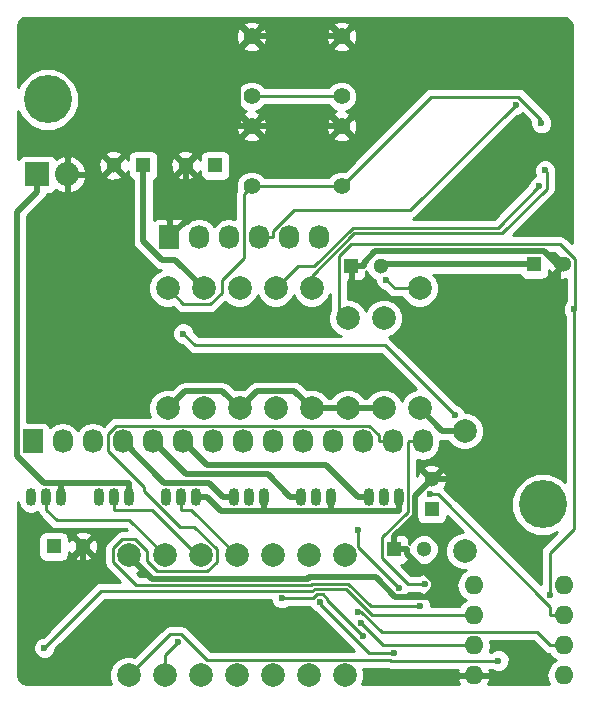
<source format=gbr>
G04 #@! TF.FileFunction,Copper,L2,Bot,Signal*
%FSLAX46Y46*%
G04 Gerber Fmt 4.6, Leading zero omitted, Abs format (unit mm)*
G04 Created by KiCad (PCBNEW 4.0.2-stable) date Monday, September 19, 2016 'PMt' 09:37:39 PM*
%MOMM*%
G01*
G04 APERTURE LIST*
%ADD10C,0.100000*%
%ADD11C,4.064000*%
%ADD12O,1.600000X1.600000*%
%ADD13R,1.300000X1.300000*%
%ADD14C,1.300000*%
%ADD15R,2.032000X2.032000*%
%ADD16O,2.032000X2.032000*%
%ADD17R,1.727200X2.032000*%
%ADD18O,1.727200X2.032000*%
%ADD19O,0.899160X1.501140*%
%ADD20C,1.998980*%
%ADD21C,1.397000*%
%ADD22C,0.600000*%
%ADD23C,0.250000*%
%ADD24C,0.500000*%
%ADD25C,0.254000*%
G04 APERTURE END LIST*
D10*
D11*
X166370000Y-130810000D03*
D12*
X160528000Y-137668000D03*
X160528000Y-140208000D03*
X160528000Y-142748000D03*
X160528000Y-145288000D03*
X168148000Y-145288000D03*
X168148000Y-142748000D03*
X168148000Y-140208000D03*
X168148000Y-137668000D03*
D13*
X165648000Y-110490000D03*
D14*
X168148000Y-110490000D03*
D13*
X150154000Y-110617000D03*
D14*
X152654000Y-110617000D03*
D13*
X138644000Y-102108000D03*
D14*
X136144000Y-102108000D03*
D13*
X132548000Y-102108000D03*
D14*
X130048000Y-102108000D03*
D13*
X153797000Y-134620000D03*
D14*
X156297000Y-134620000D03*
D13*
X124968000Y-134366000D03*
D14*
X127468000Y-134366000D03*
D13*
X156972000Y-131191000D03*
D14*
X156972000Y-128691000D03*
D15*
X123571000Y-102870000D03*
D16*
X126111000Y-102870000D03*
D17*
X134747000Y-108204000D03*
D18*
X137287000Y-108204000D03*
X139827000Y-108204000D03*
X142367000Y-108204000D03*
X144907000Y-108204000D03*
X147447000Y-108204000D03*
D17*
X123190000Y-125476000D03*
D18*
X125730000Y-125476000D03*
X128270000Y-125476000D03*
X130810000Y-125476000D03*
X133350000Y-125476000D03*
X135890000Y-125476000D03*
X138430000Y-125476000D03*
X140970000Y-125476000D03*
X143510000Y-125476000D03*
X146050000Y-125476000D03*
X148590000Y-125476000D03*
X151130000Y-125476000D03*
X153670000Y-125476000D03*
X156210000Y-125476000D03*
D19*
X124333000Y-130175000D03*
X125603000Y-130175000D03*
X123063000Y-130175000D03*
X130048000Y-130175000D03*
X131318000Y-130175000D03*
X128778000Y-130175000D03*
X135763000Y-130175000D03*
X137033000Y-130175000D03*
X134493000Y-130175000D03*
X141478000Y-130175000D03*
X142748000Y-130175000D03*
X140208000Y-130175000D03*
X147193000Y-130175000D03*
X148463000Y-130175000D03*
X145923000Y-130175000D03*
X152908000Y-130175000D03*
X154178000Y-130175000D03*
X151638000Y-130175000D03*
D20*
X155956000Y-122682000D03*
X155956000Y-112522000D03*
X134620000Y-122682000D03*
X134620000Y-112522000D03*
X137668000Y-122682000D03*
X137668000Y-112522000D03*
X140716000Y-122682000D03*
X140716000Y-112522000D03*
X143764000Y-122682000D03*
X143764000Y-112522000D03*
X146812000Y-122682000D03*
X146812000Y-112522000D03*
X149860000Y-122682000D03*
X149860000Y-115062000D03*
X152908000Y-122682000D03*
X152908000Y-115062000D03*
X159766000Y-124587000D03*
X159766000Y-134747000D03*
X131318000Y-145288000D03*
X131318000Y-135128000D03*
X134366000Y-135128000D03*
X134366000Y-145288000D03*
X137414000Y-135128000D03*
X137414000Y-145288000D03*
X140462000Y-135128000D03*
X140462000Y-145288000D03*
X143510000Y-135128000D03*
X143510000Y-145288000D03*
X146558000Y-135128000D03*
X146558000Y-145288000D03*
X149606000Y-135128000D03*
X149606000Y-145288000D03*
D21*
X149352000Y-98806000D03*
X149352000Y-103886000D03*
X141732000Y-98806000D03*
X141732000Y-103886000D03*
X149352000Y-91186000D03*
X149352000Y-96266000D03*
X141732000Y-91186000D03*
X141732000Y-96266000D03*
D11*
X124460000Y-96520000D03*
D22*
X158945300Y-123261700D03*
X135944900Y-116342300D03*
X167675900Y-123135400D03*
X124214200Y-141689100D03*
X159065900Y-139149500D03*
X124189000Y-142951300D03*
X151030400Y-140892400D03*
X166971200Y-138443100D03*
X169001500Y-114301800D03*
X150753900Y-139880800D03*
X156817700Y-129937200D03*
X164104400Y-96953200D03*
X151144500Y-141961800D03*
X144297400Y-138760200D03*
X153795400Y-143379300D03*
X147490800Y-139061400D03*
X150749900Y-132978500D03*
X154222700Y-137868200D03*
X156023000Y-139424700D03*
X156400700Y-137549100D03*
X153122500Y-111806000D03*
X166266700Y-98533600D03*
X166069700Y-103857600D03*
X166572700Y-102514000D03*
X162636000Y-144028300D03*
X135465900Y-142421300D03*
D23*
X153034000Y-117350400D02*
X158945300Y-123261700D01*
X136953000Y-117350400D02*
X153034000Y-117350400D01*
X135944900Y-116342300D02*
X136953000Y-117350400D01*
D24*
X141732000Y-98806000D02*
X149352000Y-98806000D01*
X153797000Y-134244900D02*
X153797000Y-133519700D01*
X127468000Y-138435300D02*
X124214200Y-141689100D01*
X127468000Y-134366000D02*
X127468000Y-138435300D01*
X141732000Y-91186000D02*
X149352000Y-91186000D01*
X153797000Y-134620000D02*
X154897300Y-134620000D01*
X150154000Y-110617000D02*
X151254300Y-110617000D01*
X166506500Y-109389600D02*
X167877500Y-110760500D01*
X152206600Y-109389600D02*
X166506500Y-109389600D01*
X151254300Y-110341900D02*
X152206600Y-109389600D01*
X151254300Y-110617000D02*
X151254300Y-110341900D01*
X168148000Y-110490000D02*
X167877500Y-110760500D01*
X167675900Y-110962100D02*
X167675900Y-123135400D01*
X167877500Y-110760500D02*
X167675900Y-110962100D01*
X153797000Y-134244900D02*
X153797000Y-134620000D01*
X162120300Y-128691000D02*
X156972000Y-128691000D01*
X167675900Y-123135400D02*
X162120300Y-128691000D01*
X157843100Y-137926700D02*
X159065900Y-139149500D01*
X157170800Y-137926700D02*
X157843100Y-137926700D01*
X154897300Y-134984500D02*
X154897300Y-134620000D01*
X157170800Y-137258000D02*
X154897300Y-134984500D01*
X157170800Y-137926700D02*
X157170800Y-137258000D01*
X155532500Y-130130500D02*
X156972000Y-128691000D01*
X155532500Y-131784200D02*
X155532500Y-130130500D01*
X153797000Y-133519700D02*
X155532500Y-131784200D01*
X136144000Y-106807000D02*
X136144000Y-102108000D01*
X134747000Y-108204000D02*
X136144000Y-106807000D01*
X140576900Y-92341100D02*
X141732000Y-91186000D01*
X140576900Y-98806000D02*
X140576900Y-92341100D01*
X139446000Y-98806000D02*
X140576900Y-98806000D01*
X136144000Y-102108000D02*
X139446000Y-98806000D01*
X140576900Y-98806000D02*
X141732000Y-98806000D01*
X133281800Y-137091800D02*
X131318000Y-135128000D01*
X146488600Y-137091800D02*
X133281800Y-137091800D01*
X146620200Y-136960200D02*
X146488600Y-137091800D01*
X152253600Y-136960200D02*
X146620200Y-136960200D01*
X153911900Y-138618500D02*
X152253600Y-136960200D01*
X156479000Y-138618500D02*
X153911900Y-138618500D01*
X157170800Y-137926700D02*
X156479000Y-138618500D01*
X152908000Y-122682000D02*
X149860000Y-122682000D01*
X149860000Y-122682000D02*
X146812000Y-122682000D01*
X157861000Y-124587000D02*
X159766000Y-124587000D01*
X155956000Y-122682000D02*
X157861000Y-124587000D01*
X135269500Y-110123500D02*
X137668000Y-112522000D01*
X134125600Y-110123500D02*
X135269500Y-110123500D01*
X132548000Y-108545900D02*
X134125600Y-110123500D01*
X132548000Y-102108000D02*
X132548000Y-108545900D01*
X142171000Y-121227000D02*
X140716000Y-122682000D01*
X145357000Y-121227000D02*
X142171000Y-121227000D01*
X146812000Y-122682000D02*
X145357000Y-121227000D01*
X139266100Y-121232100D02*
X140716000Y-122682000D01*
X136069900Y-121232100D02*
X139266100Y-121232100D01*
X134620000Y-122682000D02*
X136069900Y-121232100D01*
X152781000Y-110490000D02*
X152654000Y-110617000D01*
X165648000Y-110490000D02*
X152781000Y-110490000D01*
X154178000Y-130175000D02*
X154178000Y-131375900D01*
X139133800Y-131375900D02*
X142748000Y-131375900D01*
X137932900Y-130175000D02*
X139133800Y-131375900D01*
X137033000Y-130175000D02*
X137932900Y-130175000D01*
X142748000Y-130175000D02*
X142748000Y-131375900D01*
X148463000Y-131375900D02*
X154178000Y-131375900D01*
X148463000Y-130175000D02*
X148463000Y-131375900D01*
X148463000Y-131375900D02*
X142748000Y-131375900D01*
X124171000Y-128974100D02*
X125603000Y-128974100D01*
X121876000Y-126679100D02*
X124171000Y-128974100D01*
X121876000Y-106031300D02*
X121876000Y-126679100D01*
X123571000Y-104336300D02*
X121876000Y-106031300D01*
X123571000Y-102870000D02*
X123571000Y-104336300D01*
X125603000Y-130175000D02*
X125603000Y-128974100D01*
X131318000Y-128974100D02*
X125603000Y-128974100D01*
X131318000Y-130175000D02*
X131318000Y-128974100D01*
D23*
X160528000Y-140208000D02*
X159402700Y-140208000D01*
X129022900Y-138117400D02*
X124189000Y-142951300D01*
X146913600Y-138117400D02*
X129022900Y-138117400D01*
X147045200Y-137985800D02*
X146913600Y-138117400D01*
X149743500Y-137985800D02*
X147045200Y-137985800D01*
X151965700Y-140208000D02*
X149743500Y-137985800D01*
X159402700Y-140208000D02*
X151965700Y-140208000D01*
X160528000Y-142748000D02*
X159402700Y-142748000D01*
X152886000Y-142748000D02*
X151030400Y-140892400D01*
X159402700Y-142748000D02*
X152886000Y-142748000D01*
X166971200Y-134906400D02*
X166971200Y-138443100D01*
X169001500Y-132876100D02*
X166971200Y-134906400D01*
X169001500Y-114301800D02*
X169001500Y-132876100D01*
X149158000Y-114360000D02*
X149860000Y-115062000D01*
X149158000Y-109787900D02*
X149158000Y-114360000D01*
X150156200Y-108789700D02*
X149158000Y-109787900D01*
X167855600Y-108789700D02*
X150156200Y-108789700D01*
X169123400Y-110057500D02*
X167855600Y-108789700D01*
X169123400Y-114179900D02*
X169123400Y-110057500D01*
X169001500Y-114301800D02*
X169123400Y-114179900D01*
X168148000Y-142748000D02*
X167022700Y-142748000D01*
X165897400Y-141622700D02*
X167022700Y-142748000D01*
X152743500Y-141622700D02*
X165897400Y-141622700D01*
X151001600Y-139880800D02*
X152743500Y-141622700D01*
X150753900Y-139880800D02*
X151001600Y-139880800D01*
X168148000Y-140208000D02*
X167022700Y-140208000D01*
X157498500Y-129937200D02*
X156817700Y-129937200D01*
X167022700Y-139461400D02*
X157498500Y-129937200D01*
X167022700Y-140208000D02*
X167022700Y-139461400D01*
X143555900Y-107683900D02*
X143555900Y-108204000D01*
X145353600Y-105886200D02*
X143555900Y-107683900D01*
X155171400Y-105886200D02*
X145353600Y-105886200D01*
X164104400Y-96953200D02*
X155171400Y-105886200D01*
X142367000Y-108204000D02*
X143555900Y-108204000D01*
D24*
X140208000Y-130175000D02*
X139308100Y-130175000D01*
X138107100Y-128974000D02*
X139308100Y-130175000D01*
X134308000Y-128974000D02*
X138107100Y-128974000D01*
X130810000Y-125476000D02*
X134308000Y-128974000D01*
X145923000Y-130175000D02*
X145023100Y-130175000D01*
X143121700Y-128273600D02*
X145023100Y-130175000D01*
X136147600Y-128273600D02*
X143121700Y-128273600D01*
X133350000Y-125476000D02*
X136147600Y-128273600D01*
X137919500Y-127505500D02*
X135890000Y-125476000D01*
X148068600Y-127505500D02*
X137919500Y-127505500D01*
X150738100Y-130175000D02*
X148068600Y-127505500D01*
X151638000Y-130175000D02*
X150738100Y-130175000D01*
D23*
X146921800Y-138746100D02*
X144297400Y-138760200D01*
X147231800Y-138436100D02*
X146921800Y-138746100D01*
X147749900Y-138436100D02*
X147231800Y-138436100D01*
X148116100Y-138802300D02*
X147749900Y-138436100D01*
X148116100Y-138933400D02*
X148116100Y-138802300D01*
X151144500Y-141961800D02*
X148116100Y-138933400D01*
X147490800Y-139201300D02*
X147490800Y-139061400D01*
X151668800Y-143379300D02*
X147490800Y-139201300D01*
X153795400Y-143379300D02*
X151668800Y-143379300D01*
X150749900Y-134395400D02*
X154222700Y-137868200D01*
X150749900Y-132978500D02*
X150749900Y-134395400D01*
X153670000Y-125476000D02*
X152481100Y-125476000D01*
X152481100Y-124955900D02*
X152481100Y-125476000D01*
X151658600Y-124133400D02*
X152481100Y-124955900D01*
X130294400Y-124133400D02*
X151658600Y-124133400D01*
X129595100Y-124832700D02*
X130294400Y-124133400D01*
X129595100Y-126308700D02*
X129595100Y-124832700D01*
X132600500Y-129314100D02*
X129595100Y-126308700D01*
X132600500Y-129681900D02*
X132600500Y-129314100D01*
X135644600Y-132726000D02*
X132600500Y-129681900D01*
X136885700Y-132726000D02*
X135644600Y-132726000D01*
X138768200Y-134608500D02*
X136885700Y-132726000D01*
X138768200Y-135652400D02*
X138768200Y-134608500D01*
X137943400Y-136477200D02*
X138768200Y-135652400D01*
X133757500Y-136477200D02*
X137943400Y-136477200D01*
X132842000Y-135561700D02*
X133757500Y-136477200D01*
X132842000Y-134731700D02*
X132842000Y-135561700D01*
X131871000Y-133760700D02*
X132842000Y-134731700D01*
X130754500Y-133760700D02*
X131871000Y-133760700D01*
X129992900Y-134522300D02*
X130754500Y-133760700D01*
X129992900Y-135706800D02*
X129992900Y-134522300D01*
X131953200Y-137667100D02*
X129992900Y-135706800D01*
X146727000Y-137667100D02*
X131953200Y-137667100D01*
X146858600Y-137535500D02*
X146727000Y-137667100D01*
X149930100Y-137535500D02*
X146858600Y-137535500D01*
X151819300Y-139424700D02*
X149930100Y-137535500D01*
X156023000Y-139424700D02*
X151819300Y-139424700D01*
X156210000Y-125476000D02*
X155021100Y-125476000D01*
X154950600Y-137549100D02*
X156400700Y-137549100D01*
X152781000Y-135379500D02*
X154950600Y-137549100D01*
X152781000Y-133587200D02*
X152781000Y-135379500D01*
X154957100Y-131411100D02*
X152781000Y-133587200D01*
X154957100Y-125540000D02*
X154957100Y-131411100D01*
X155021100Y-125476000D02*
X154957100Y-125540000D01*
X125241900Y-132159800D02*
X124333000Y-131250900D01*
X131397800Y-132159800D02*
X125241900Y-132159800D01*
X134366000Y-135128000D02*
X131397800Y-132159800D01*
X124333000Y-130175000D02*
X124333000Y-131250900D01*
X130048000Y-130175000D02*
X130048000Y-131250900D01*
X137150400Y-135128000D02*
X137414000Y-135128000D01*
X133273300Y-131250900D02*
X137150400Y-135128000D01*
X130048000Y-131250900D02*
X133273300Y-131250900D01*
X136584900Y-131250900D02*
X135763000Y-131250900D01*
X140462000Y-135128000D02*
X136584900Y-131250900D01*
X135763000Y-130175000D02*
X135763000Y-131250900D01*
X153838500Y-112522000D02*
X153122500Y-111806000D01*
X155956000Y-112522000D02*
X153838500Y-112522000D01*
X135960500Y-113862500D02*
X134620000Y-112522000D01*
X138207100Y-113862500D02*
X135960500Y-113862500D01*
X139192000Y-112877600D02*
X138207100Y-113862500D01*
X139192000Y-111846800D02*
X139192000Y-112877600D01*
X141097000Y-109941800D02*
X139192000Y-111846800D01*
X141097000Y-104521000D02*
X141097000Y-109941800D01*
X141732000Y-103886000D02*
X141097000Y-104521000D01*
X149352000Y-103886000D02*
X141732000Y-103886000D01*
X156953100Y-96284900D02*
X149352000Y-103886000D01*
X164320500Y-96284900D02*
X156953100Y-96284900D01*
X166266700Y-98231100D02*
X164320500Y-96284900D01*
X166266700Y-98533600D02*
X166266700Y-98231100D01*
X141732000Y-96266000D02*
X149352000Y-96266000D01*
X162560000Y-107367300D02*
X166069700Y-103857600D01*
X150304700Y-107367300D02*
X162560000Y-107367300D01*
X147029500Y-110642500D02*
X150304700Y-107367300D01*
X145643500Y-110642500D02*
X147029500Y-110642500D01*
X143764000Y-112522000D02*
X145643500Y-110642500D01*
X166728800Y-102670100D02*
X166572700Y-102514000D01*
X166728800Y-104090400D02*
X166728800Y-102670100D01*
X162947000Y-107872200D02*
X166728800Y-104090400D01*
X150436800Y-107872200D02*
X162947000Y-107872200D01*
X146812000Y-111497000D02*
X150436800Y-107872200D01*
X146812000Y-112522000D02*
X146812000Y-111497000D01*
X153549200Y-144028300D02*
X162636000Y-144028300D01*
X153483900Y-143963000D02*
X153549200Y-144028300D01*
X137973600Y-143963000D02*
X153483900Y-143963000D01*
X135791600Y-141781000D02*
X137973600Y-143963000D01*
X134825000Y-141781000D02*
X135791600Y-141781000D01*
X131318000Y-145288000D02*
X134825000Y-141781000D01*
X134366000Y-143521200D02*
X135465900Y-142421300D01*
X134366000Y-145288000D02*
X134366000Y-143521200D01*
D25*
G36*
X166485299Y-143285401D02*
X166731861Y-143450148D01*
X166921563Y-143487882D01*
X167105189Y-143762698D01*
X167487275Y-144018000D01*
X167105189Y-144273302D01*
X166794120Y-144738849D01*
X166684887Y-145288000D01*
X166794120Y-145837151D01*
X166886228Y-145975000D01*
X161779925Y-145975000D01*
X161919904Y-145637039D01*
X161797915Y-145415000D01*
X160655000Y-145415000D01*
X160655000Y-145435000D01*
X160401000Y-145435000D01*
X160401000Y-145415000D01*
X159258085Y-145415000D01*
X159136096Y-145637039D01*
X159276075Y-145975000D01*
X151090533Y-145975000D01*
X151240206Y-145614547D01*
X151240774Y-144964306D01*
X151141068Y-144723000D01*
X153247214Y-144723000D01*
X153258361Y-144730448D01*
X153549200Y-144788300D01*
X159198498Y-144788300D01*
X159136096Y-144938961D01*
X159258085Y-145161000D01*
X160401000Y-145161000D01*
X160401000Y-145141000D01*
X160655000Y-145141000D01*
X160655000Y-145161000D01*
X161797915Y-145161000D01*
X161919904Y-144938961D01*
X161857502Y-144788300D01*
X162073537Y-144788300D01*
X162105673Y-144820492D01*
X162449201Y-144963138D01*
X162821167Y-144963462D01*
X163164943Y-144821417D01*
X163428192Y-144558627D01*
X163570838Y-144215099D01*
X163571162Y-143843133D01*
X163429117Y-143499357D01*
X163166327Y-143236108D01*
X162822799Y-143093462D01*
X162450833Y-143093138D01*
X162107057Y-143235183D01*
X162073882Y-143268300D01*
X161887619Y-143268300D01*
X161991113Y-142748000D01*
X161918450Y-142382700D01*
X165582598Y-142382700D01*
X166485299Y-143285401D01*
X166485299Y-143285401D01*
G37*
X166485299Y-143285401D02*
X166731861Y-143450148D01*
X166921563Y-143487882D01*
X167105189Y-143762698D01*
X167487275Y-144018000D01*
X167105189Y-144273302D01*
X166794120Y-144738849D01*
X166684887Y-145288000D01*
X166794120Y-145837151D01*
X166886228Y-145975000D01*
X161779925Y-145975000D01*
X161919904Y-145637039D01*
X161797915Y-145415000D01*
X160655000Y-145415000D01*
X160655000Y-145435000D01*
X160401000Y-145435000D01*
X160401000Y-145415000D01*
X159258085Y-145415000D01*
X159136096Y-145637039D01*
X159276075Y-145975000D01*
X151090533Y-145975000D01*
X151240206Y-145614547D01*
X151240774Y-144964306D01*
X151141068Y-144723000D01*
X153247214Y-144723000D01*
X153258361Y-144730448D01*
X153549200Y-144788300D01*
X159198498Y-144788300D01*
X159136096Y-144938961D01*
X159258085Y-145161000D01*
X160401000Y-145161000D01*
X160401000Y-145141000D01*
X160655000Y-145141000D01*
X160655000Y-145161000D01*
X161797915Y-145161000D01*
X161919904Y-144938961D01*
X161857502Y-144788300D01*
X162073537Y-144788300D01*
X162105673Y-144820492D01*
X162449201Y-144963138D01*
X162821167Y-144963462D01*
X163164943Y-144821417D01*
X163428192Y-144558627D01*
X163570838Y-144215099D01*
X163571162Y-143843133D01*
X163429117Y-143499357D01*
X163166327Y-143236108D01*
X162822799Y-143093462D01*
X162450833Y-143093138D01*
X162107057Y-143235183D01*
X162073882Y-143268300D01*
X161887619Y-143268300D01*
X161991113Y-142748000D01*
X161918450Y-142382700D01*
X165582598Y-142382700D01*
X166485299Y-143285401D01*
G36*
X122060979Y-130918186D02*
X122296086Y-131270049D01*
X122647949Y-131505156D01*
X123063000Y-131587715D01*
X123478051Y-131505156D01*
X123606503Y-131419327D01*
X123630852Y-131541739D01*
X123795599Y-131788301D01*
X124704499Y-132697201D01*
X124951061Y-132861948D01*
X125241900Y-132919800D01*
X131082998Y-132919800D01*
X131163898Y-133000700D01*
X130754500Y-133000700D01*
X130463661Y-133058552D01*
X130217099Y-133223299D01*
X129455499Y-133984899D01*
X129290752Y-134231461D01*
X129232900Y-134522300D01*
X129232900Y-135706800D01*
X129290752Y-135997639D01*
X129455499Y-136244201D01*
X130568698Y-137357400D01*
X129022900Y-137357400D01*
X128732061Y-137415252D01*
X128485499Y-137579999D01*
X124049320Y-142016178D01*
X124003833Y-142016138D01*
X123660057Y-142158183D01*
X123396808Y-142420973D01*
X123254162Y-142764501D01*
X123253838Y-143136467D01*
X123395883Y-143480243D01*
X123658673Y-143743492D01*
X124002201Y-143886138D01*
X124374167Y-143886462D01*
X124717943Y-143744417D01*
X124981192Y-143481627D01*
X125123838Y-143138099D01*
X125123879Y-143091223D01*
X129337702Y-138877400D01*
X143362297Y-138877400D01*
X143362238Y-138945367D01*
X143504283Y-139289143D01*
X143767073Y-139552392D01*
X144110601Y-139695038D01*
X144482567Y-139695362D01*
X144826343Y-139553317D01*
X144862549Y-139517175D01*
X146663453Y-139507499D01*
X146697683Y-139590343D01*
X146960473Y-139853592D01*
X147144851Y-139930153D01*
X150417698Y-143203000D01*
X138288402Y-143203000D01*
X136329001Y-141243599D01*
X136082439Y-141078852D01*
X135791600Y-141021000D01*
X134825000Y-141021000D01*
X134534161Y-141078852D01*
X134287599Y-141243599D01*
X131809083Y-143722115D01*
X131644547Y-143653794D01*
X130994306Y-143653226D01*
X130393345Y-143901538D01*
X129933154Y-144360927D01*
X129683794Y-144961453D01*
X129683226Y-145611694D01*
X129833341Y-145975000D01*
X122624931Y-145975000D01*
X122346019Y-145919521D01*
X122168856Y-145801145D01*
X122050478Y-145623979D01*
X121995000Y-145345070D01*
X121995000Y-133716000D01*
X123670560Y-133716000D01*
X123670560Y-135016000D01*
X123714838Y-135251317D01*
X123853910Y-135467441D01*
X124066110Y-135612431D01*
X124318000Y-135663440D01*
X125618000Y-135663440D01*
X125853317Y-135619162D01*
X126069441Y-135480090D01*
X126214431Y-135267890D01*
X126215012Y-135265016D01*
X126748590Y-135265016D01*
X126804271Y-135495611D01*
X127287078Y-135663622D01*
X127797428Y-135634083D01*
X128131729Y-135495611D01*
X128187410Y-135265016D01*
X127468000Y-134545605D01*
X126748590Y-135265016D01*
X126215012Y-135265016D01*
X126265440Y-135016000D01*
X126265440Y-134853615D01*
X126338389Y-135029729D01*
X126568984Y-135085410D01*
X127288395Y-134366000D01*
X127647605Y-134366000D01*
X128367016Y-135085410D01*
X128597611Y-135029729D01*
X128765622Y-134546922D01*
X128736083Y-134036572D01*
X128597611Y-133702271D01*
X128367016Y-133646590D01*
X127647605Y-134366000D01*
X127288395Y-134366000D01*
X126568984Y-133646590D01*
X126338389Y-133702271D01*
X126265440Y-133911902D01*
X126265440Y-133716000D01*
X126221162Y-133480683D01*
X126212347Y-133466984D01*
X126748590Y-133466984D01*
X127468000Y-134186395D01*
X128187410Y-133466984D01*
X128131729Y-133236389D01*
X127648922Y-133068378D01*
X127138572Y-133097917D01*
X126804271Y-133236389D01*
X126748590Y-133466984D01*
X126212347Y-133466984D01*
X126082090Y-133264559D01*
X125869890Y-133119569D01*
X125618000Y-133068560D01*
X124318000Y-133068560D01*
X124082683Y-133112838D01*
X123866559Y-133251910D01*
X123721569Y-133464110D01*
X123670560Y-133716000D01*
X121995000Y-133716000D01*
X121995000Y-130586488D01*
X122060979Y-130918186D01*
X122060979Y-130918186D01*
G37*
X122060979Y-130918186D02*
X122296086Y-131270049D01*
X122647949Y-131505156D01*
X123063000Y-131587715D01*
X123478051Y-131505156D01*
X123606503Y-131419327D01*
X123630852Y-131541739D01*
X123795599Y-131788301D01*
X124704499Y-132697201D01*
X124951061Y-132861948D01*
X125241900Y-132919800D01*
X131082998Y-132919800D01*
X131163898Y-133000700D01*
X130754500Y-133000700D01*
X130463661Y-133058552D01*
X130217099Y-133223299D01*
X129455499Y-133984899D01*
X129290752Y-134231461D01*
X129232900Y-134522300D01*
X129232900Y-135706800D01*
X129290752Y-135997639D01*
X129455499Y-136244201D01*
X130568698Y-137357400D01*
X129022900Y-137357400D01*
X128732061Y-137415252D01*
X128485499Y-137579999D01*
X124049320Y-142016178D01*
X124003833Y-142016138D01*
X123660057Y-142158183D01*
X123396808Y-142420973D01*
X123254162Y-142764501D01*
X123253838Y-143136467D01*
X123395883Y-143480243D01*
X123658673Y-143743492D01*
X124002201Y-143886138D01*
X124374167Y-143886462D01*
X124717943Y-143744417D01*
X124981192Y-143481627D01*
X125123838Y-143138099D01*
X125123879Y-143091223D01*
X129337702Y-138877400D01*
X143362297Y-138877400D01*
X143362238Y-138945367D01*
X143504283Y-139289143D01*
X143767073Y-139552392D01*
X144110601Y-139695038D01*
X144482567Y-139695362D01*
X144826343Y-139553317D01*
X144862549Y-139517175D01*
X146663453Y-139507499D01*
X146697683Y-139590343D01*
X146960473Y-139853592D01*
X147144851Y-139930153D01*
X150417698Y-143203000D01*
X138288402Y-143203000D01*
X136329001Y-141243599D01*
X136082439Y-141078852D01*
X135791600Y-141021000D01*
X134825000Y-141021000D01*
X134534161Y-141078852D01*
X134287599Y-141243599D01*
X131809083Y-143722115D01*
X131644547Y-143653794D01*
X130994306Y-143653226D01*
X130393345Y-143901538D01*
X129933154Y-144360927D01*
X129683794Y-144961453D01*
X129683226Y-145611694D01*
X129833341Y-145975000D01*
X122624931Y-145975000D01*
X122346019Y-145919521D01*
X122168856Y-145801145D01*
X122050478Y-145623979D01*
X121995000Y-145345070D01*
X121995000Y-133716000D01*
X123670560Y-133716000D01*
X123670560Y-135016000D01*
X123714838Y-135251317D01*
X123853910Y-135467441D01*
X124066110Y-135612431D01*
X124318000Y-135663440D01*
X125618000Y-135663440D01*
X125853317Y-135619162D01*
X126069441Y-135480090D01*
X126214431Y-135267890D01*
X126215012Y-135265016D01*
X126748590Y-135265016D01*
X126804271Y-135495611D01*
X127287078Y-135663622D01*
X127797428Y-135634083D01*
X128131729Y-135495611D01*
X128187410Y-135265016D01*
X127468000Y-134545605D01*
X126748590Y-135265016D01*
X126215012Y-135265016D01*
X126265440Y-135016000D01*
X126265440Y-134853615D01*
X126338389Y-135029729D01*
X126568984Y-135085410D01*
X127288395Y-134366000D01*
X127647605Y-134366000D01*
X128367016Y-135085410D01*
X128597611Y-135029729D01*
X128765622Y-134546922D01*
X128736083Y-134036572D01*
X128597611Y-133702271D01*
X128367016Y-133646590D01*
X127647605Y-134366000D01*
X127288395Y-134366000D01*
X126568984Y-133646590D01*
X126338389Y-133702271D01*
X126265440Y-133911902D01*
X126265440Y-133716000D01*
X126221162Y-133480683D01*
X126212347Y-133466984D01*
X126748590Y-133466984D01*
X127468000Y-134186395D01*
X128187410Y-133466984D01*
X128131729Y-133236389D01*
X127648922Y-133068378D01*
X127138572Y-133097917D01*
X126804271Y-133236389D01*
X126748590Y-133466984D01*
X126212347Y-133466984D01*
X126082090Y-133264559D01*
X125869890Y-133119569D01*
X125618000Y-133068560D01*
X124318000Y-133068560D01*
X124082683Y-133112838D01*
X123866559Y-133251910D01*
X123721569Y-133464110D01*
X123670560Y-133716000D01*
X121995000Y-133716000D01*
X121995000Y-130586488D01*
X122060979Y-130918186D01*
G36*
X155674560Y-131841000D02*
X155718838Y-132076317D01*
X155857910Y-132292441D01*
X156070110Y-132437431D01*
X156322000Y-132488440D01*
X157622000Y-132488440D01*
X157857317Y-132444162D01*
X158073441Y-132305090D01*
X158218431Y-132092890D01*
X158269440Y-131841000D01*
X158269440Y-131782942D01*
X159598861Y-133112363D01*
X159442306Y-133112226D01*
X158841345Y-133360538D01*
X158381154Y-133819927D01*
X158131794Y-134420453D01*
X158131226Y-135070694D01*
X158379538Y-135671655D01*
X158838927Y-136131846D01*
X159439453Y-136381206D01*
X159891817Y-136381601D01*
X159485189Y-136653302D01*
X159174120Y-137118849D01*
X159064887Y-137668000D01*
X159174120Y-138217151D01*
X159485189Y-138682698D01*
X159867275Y-138938000D01*
X159485189Y-139193302D01*
X159315005Y-139448000D01*
X156957980Y-139448000D01*
X156958162Y-139239533D01*
X156816117Y-138895757D01*
X156553327Y-138632508D01*
X156209799Y-138489862D01*
X155837833Y-138489538D01*
X155494057Y-138631583D01*
X155460882Y-138664700D01*
X154743455Y-138664700D01*
X154751643Y-138661317D01*
X155014892Y-138398527D01*
X155052026Y-138309100D01*
X155838237Y-138309100D01*
X155870373Y-138341292D01*
X156213901Y-138483938D01*
X156585867Y-138484262D01*
X156929643Y-138342217D01*
X157192892Y-138079427D01*
X157335538Y-137735899D01*
X157335862Y-137363933D01*
X157193817Y-137020157D01*
X156931027Y-136756908D01*
X156587499Y-136614262D01*
X156215533Y-136613938D01*
X155871757Y-136755983D01*
X155838582Y-136789100D01*
X155265402Y-136789100D01*
X154381302Y-135905000D01*
X154573309Y-135905000D01*
X154806698Y-135808327D01*
X154985327Y-135629699D01*
X155082000Y-135396310D01*
X155082000Y-135044433D01*
X155206995Y-135346943D01*
X155568155Y-135708735D01*
X156040276Y-135904777D01*
X156551481Y-135905223D01*
X157023943Y-135710005D01*
X157385735Y-135348845D01*
X157581777Y-134876724D01*
X157582223Y-134365519D01*
X157387005Y-133893057D01*
X157025845Y-133531265D01*
X156553724Y-133335223D01*
X156042519Y-133334777D01*
X155570057Y-133529995D01*
X155208265Y-133891155D01*
X155082000Y-134195235D01*
X155082000Y-133843690D01*
X154985327Y-133610301D01*
X154806698Y-133431673D01*
X154573309Y-133335000D01*
X154108002Y-133335000D01*
X155494501Y-131948501D01*
X155659248Y-131701939D01*
X155674560Y-131624961D01*
X155674560Y-131841000D01*
X155674560Y-131841000D01*
G37*
X155674560Y-131841000D02*
X155718838Y-132076317D01*
X155857910Y-132292441D01*
X156070110Y-132437431D01*
X156322000Y-132488440D01*
X157622000Y-132488440D01*
X157857317Y-132444162D01*
X158073441Y-132305090D01*
X158218431Y-132092890D01*
X158269440Y-131841000D01*
X158269440Y-131782942D01*
X159598861Y-133112363D01*
X159442306Y-133112226D01*
X158841345Y-133360538D01*
X158381154Y-133819927D01*
X158131794Y-134420453D01*
X158131226Y-135070694D01*
X158379538Y-135671655D01*
X158838927Y-136131846D01*
X159439453Y-136381206D01*
X159891817Y-136381601D01*
X159485189Y-136653302D01*
X159174120Y-137118849D01*
X159064887Y-137668000D01*
X159174120Y-138217151D01*
X159485189Y-138682698D01*
X159867275Y-138938000D01*
X159485189Y-139193302D01*
X159315005Y-139448000D01*
X156957980Y-139448000D01*
X156958162Y-139239533D01*
X156816117Y-138895757D01*
X156553327Y-138632508D01*
X156209799Y-138489862D01*
X155837833Y-138489538D01*
X155494057Y-138631583D01*
X155460882Y-138664700D01*
X154743455Y-138664700D01*
X154751643Y-138661317D01*
X155014892Y-138398527D01*
X155052026Y-138309100D01*
X155838237Y-138309100D01*
X155870373Y-138341292D01*
X156213901Y-138483938D01*
X156585867Y-138484262D01*
X156929643Y-138342217D01*
X157192892Y-138079427D01*
X157335538Y-137735899D01*
X157335862Y-137363933D01*
X157193817Y-137020157D01*
X156931027Y-136756908D01*
X156587499Y-136614262D01*
X156215533Y-136613938D01*
X155871757Y-136755983D01*
X155838582Y-136789100D01*
X155265402Y-136789100D01*
X154381302Y-135905000D01*
X154573309Y-135905000D01*
X154806698Y-135808327D01*
X154985327Y-135629699D01*
X155082000Y-135396310D01*
X155082000Y-135044433D01*
X155206995Y-135346943D01*
X155568155Y-135708735D01*
X156040276Y-135904777D01*
X156551481Y-135905223D01*
X157023943Y-135710005D01*
X157385735Y-135348845D01*
X157581777Y-134876724D01*
X157582223Y-134365519D01*
X157387005Y-133893057D01*
X157025845Y-133531265D01*
X156553724Y-133335223D01*
X156042519Y-133334777D01*
X155570057Y-133529995D01*
X155208265Y-133891155D01*
X155082000Y-134195235D01*
X155082000Y-133843690D01*
X154985327Y-133610301D01*
X154806698Y-133431673D01*
X154573309Y-133335000D01*
X154108002Y-133335000D01*
X155494501Y-131948501D01*
X155659248Y-131701939D01*
X155674560Y-131624961D01*
X155674560Y-131841000D01*
G36*
X167428590Y-109590984D02*
X168148000Y-110310395D01*
X168162142Y-110296252D01*
X168341748Y-110475858D01*
X168327605Y-110490000D01*
X168341748Y-110504143D01*
X168162143Y-110683748D01*
X168148000Y-110669605D01*
X167428590Y-111389016D01*
X167484271Y-111619611D01*
X167967078Y-111787622D01*
X168363400Y-111764683D01*
X168363400Y-113617650D01*
X168209308Y-113771473D01*
X168066662Y-114115001D01*
X168066338Y-114486967D01*
X168208383Y-114830743D01*
X168241500Y-114863918D01*
X168241500Y-128909765D01*
X167882707Y-128550345D01*
X166902827Y-128143464D01*
X165841828Y-128142538D01*
X164861239Y-128547709D01*
X164110345Y-129297293D01*
X163703464Y-130277173D01*
X163702538Y-131338172D01*
X164107709Y-132318761D01*
X164857293Y-133069655D01*
X165837173Y-133476536D01*
X166898172Y-133477462D01*
X167626116Y-133176682D01*
X166433799Y-134368999D01*
X166269052Y-134615561D01*
X166211200Y-134906400D01*
X166211200Y-137575098D01*
X158035901Y-129399799D01*
X158003797Y-129378348D01*
X158101611Y-129354729D01*
X158269622Y-128871922D01*
X158240083Y-128361572D01*
X158101611Y-128027271D01*
X157871016Y-127971590D01*
X157151605Y-128691000D01*
X157165748Y-128705142D01*
X156986142Y-128884748D01*
X156972000Y-128870605D01*
X156957858Y-128884748D01*
X156778252Y-128705142D01*
X156792395Y-128691000D01*
X156072984Y-127971590D01*
X155842389Y-128027271D01*
X155717100Y-128387309D01*
X155717100Y-127791984D01*
X156252590Y-127791984D01*
X156972000Y-128511395D01*
X157691410Y-127791984D01*
X157635729Y-127561389D01*
X157152922Y-127393378D01*
X156642572Y-127422917D01*
X156308271Y-127561389D01*
X156252590Y-127791984D01*
X155717100Y-127791984D01*
X155717100Y-127061301D01*
X156210000Y-127159345D01*
X156783489Y-127045271D01*
X157269670Y-126720415D01*
X157594526Y-126234234D01*
X157708600Y-125660745D01*
X157708600Y-125441686D01*
X157861000Y-125472001D01*
X157861005Y-125472000D01*
X158363153Y-125472000D01*
X158379538Y-125511655D01*
X158838927Y-125971846D01*
X159439453Y-126221206D01*
X160089694Y-126221774D01*
X160690655Y-125973462D01*
X161150846Y-125514073D01*
X161400206Y-124913547D01*
X161400774Y-124263306D01*
X161152462Y-123662345D01*
X160693073Y-123202154D01*
X160092547Y-122952794D01*
X159829239Y-122952564D01*
X159738417Y-122732757D01*
X159475627Y-122469508D01*
X159132099Y-122326862D01*
X159085223Y-122326821D01*
X153571401Y-116812999D01*
X153334119Y-116654453D01*
X153832655Y-116448462D01*
X154292846Y-115989073D01*
X154542206Y-115388547D01*
X154542774Y-114738306D01*
X154294462Y-114137345D01*
X153835073Y-113677154D01*
X153234547Y-113427794D01*
X152584306Y-113427226D01*
X151983345Y-113675538D01*
X151523154Y-114134927D01*
X151383966Y-114470130D01*
X151246462Y-114137345D01*
X150787073Y-113677154D01*
X150186547Y-113427794D01*
X149918000Y-113427559D01*
X149918000Y-111852250D01*
X150027000Y-111743250D01*
X150027000Y-110744000D01*
X150007000Y-110744000D01*
X150007000Y-110490000D01*
X150027000Y-110490000D01*
X150027000Y-110470000D01*
X150281000Y-110470000D01*
X150281000Y-110490000D01*
X150301000Y-110490000D01*
X150301000Y-110744000D01*
X150281000Y-110744000D01*
X150281000Y-111743250D01*
X150439750Y-111902000D01*
X150930309Y-111902000D01*
X151163698Y-111805327D01*
X151342327Y-111626699D01*
X151439000Y-111393310D01*
X151439000Y-111041433D01*
X151563995Y-111343943D01*
X151925155Y-111705735D01*
X152187492Y-111814667D01*
X152187338Y-111991167D01*
X152329383Y-112334943D01*
X152592173Y-112598192D01*
X152935701Y-112740838D01*
X152982577Y-112740879D01*
X153301099Y-113059401D01*
X153547661Y-113224148D01*
X153838500Y-113282000D01*
X154501504Y-113282000D01*
X154569538Y-113446655D01*
X155028927Y-113906846D01*
X155629453Y-114156206D01*
X156279694Y-114156774D01*
X156880655Y-113908462D01*
X157340846Y-113449073D01*
X157590206Y-112848547D01*
X157590774Y-112198306D01*
X157342462Y-111597345D01*
X157120504Y-111375000D01*
X164394778Y-111375000D01*
X164394838Y-111375317D01*
X164533910Y-111591441D01*
X164746110Y-111736431D01*
X164998000Y-111787440D01*
X166298000Y-111787440D01*
X166533317Y-111743162D01*
X166749441Y-111604090D01*
X166894431Y-111391890D01*
X166945440Y-111140000D01*
X166945440Y-110977615D01*
X167018389Y-111153729D01*
X167248984Y-111209410D01*
X167968395Y-110490000D01*
X167248984Y-109770590D01*
X167018389Y-109826271D01*
X166945440Y-110035902D01*
X166945440Y-109840000D01*
X166901162Y-109604683D01*
X166865781Y-109549700D01*
X167438559Y-109549700D01*
X167428590Y-109590984D01*
X167428590Y-109590984D01*
G37*
X167428590Y-109590984D02*
X168148000Y-110310395D01*
X168162142Y-110296252D01*
X168341748Y-110475858D01*
X168327605Y-110490000D01*
X168341748Y-110504143D01*
X168162143Y-110683748D01*
X168148000Y-110669605D01*
X167428590Y-111389016D01*
X167484271Y-111619611D01*
X167967078Y-111787622D01*
X168363400Y-111764683D01*
X168363400Y-113617650D01*
X168209308Y-113771473D01*
X168066662Y-114115001D01*
X168066338Y-114486967D01*
X168208383Y-114830743D01*
X168241500Y-114863918D01*
X168241500Y-128909765D01*
X167882707Y-128550345D01*
X166902827Y-128143464D01*
X165841828Y-128142538D01*
X164861239Y-128547709D01*
X164110345Y-129297293D01*
X163703464Y-130277173D01*
X163702538Y-131338172D01*
X164107709Y-132318761D01*
X164857293Y-133069655D01*
X165837173Y-133476536D01*
X166898172Y-133477462D01*
X167626116Y-133176682D01*
X166433799Y-134368999D01*
X166269052Y-134615561D01*
X166211200Y-134906400D01*
X166211200Y-137575098D01*
X158035901Y-129399799D01*
X158003797Y-129378348D01*
X158101611Y-129354729D01*
X158269622Y-128871922D01*
X158240083Y-128361572D01*
X158101611Y-128027271D01*
X157871016Y-127971590D01*
X157151605Y-128691000D01*
X157165748Y-128705142D01*
X156986142Y-128884748D01*
X156972000Y-128870605D01*
X156957858Y-128884748D01*
X156778252Y-128705142D01*
X156792395Y-128691000D01*
X156072984Y-127971590D01*
X155842389Y-128027271D01*
X155717100Y-128387309D01*
X155717100Y-127791984D01*
X156252590Y-127791984D01*
X156972000Y-128511395D01*
X157691410Y-127791984D01*
X157635729Y-127561389D01*
X157152922Y-127393378D01*
X156642572Y-127422917D01*
X156308271Y-127561389D01*
X156252590Y-127791984D01*
X155717100Y-127791984D01*
X155717100Y-127061301D01*
X156210000Y-127159345D01*
X156783489Y-127045271D01*
X157269670Y-126720415D01*
X157594526Y-126234234D01*
X157708600Y-125660745D01*
X157708600Y-125441686D01*
X157861000Y-125472001D01*
X157861005Y-125472000D01*
X158363153Y-125472000D01*
X158379538Y-125511655D01*
X158838927Y-125971846D01*
X159439453Y-126221206D01*
X160089694Y-126221774D01*
X160690655Y-125973462D01*
X161150846Y-125514073D01*
X161400206Y-124913547D01*
X161400774Y-124263306D01*
X161152462Y-123662345D01*
X160693073Y-123202154D01*
X160092547Y-122952794D01*
X159829239Y-122952564D01*
X159738417Y-122732757D01*
X159475627Y-122469508D01*
X159132099Y-122326862D01*
X159085223Y-122326821D01*
X153571401Y-116812999D01*
X153334119Y-116654453D01*
X153832655Y-116448462D01*
X154292846Y-115989073D01*
X154542206Y-115388547D01*
X154542774Y-114738306D01*
X154294462Y-114137345D01*
X153835073Y-113677154D01*
X153234547Y-113427794D01*
X152584306Y-113427226D01*
X151983345Y-113675538D01*
X151523154Y-114134927D01*
X151383966Y-114470130D01*
X151246462Y-114137345D01*
X150787073Y-113677154D01*
X150186547Y-113427794D01*
X149918000Y-113427559D01*
X149918000Y-111852250D01*
X150027000Y-111743250D01*
X150027000Y-110744000D01*
X150007000Y-110744000D01*
X150007000Y-110490000D01*
X150027000Y-110490000D01*
X150027000Y-110470000D01*
X150281000Y-110470000D01*
X150281000Y-110490000D01*
X150301000Y-110490000D01*
X150301000Y-110744000D01*
X150281000Y-110744000D01*
X150281000Y-111743250D01*
X150439750Y-111902000D01*
X150930309Y-111902000D01*
X151163698Y-111805327D01*
X151342327Y-111626699D01*
X151439000Y-111393310D01*
X151439000Y-111041433D01*
X151563995Y-111343943D01*
X151925155Y-111705735D01*
X152187492Y-111814667D01*
X152187338Y-111991167D01*
X152329383Y-112334943D01*
X152592173Y-112598192D01*
X152935701Y-112740838D01*
X152982577Y-112740879D01*
X153301099Y-113059401D01*
X153547661Y-113224148D01*
X153838500Y-113282000D01*
X154501504Y-113282000D01*
X154569538Y-113446655D01*
X155028927Y-113906846D01*
X155629453Y-114156206D01*
X156279694Y-114156774D01*
X156880655Y-113908462D01*
X157340846Y-113449073D01*
X157590206Y-112848547D01*
X157590774Y-112198306D01*
X157342462Y-111597345D01*
X157120504Y-111375000D01*
X164394778Y-111375000D01*
X164394838Y-111375317D01*
X164533910Y-111591441D01*
X164746110Y-111736431D01*
X164998000Y-111787440D01*
X166298000Y-111787440D01*
X166533317Y-111743162D01*
X166749441Y-111604090D01*
X166894431Y-111391890D01*
X166945440Y-111140000D01*
X166945440Y-110977615D01*
X167018389Y-111153729D01*
X167248984Y-111209410D01*
X167968395Y-110490000D01*
X167248984Y-109770590D01*
X167018389Y-109826271D01*
X166945440Y-110035902D01*
X166945440Y-109840000D01*
X166901162Y-109604683D01*
X166865781Y-109549700D01*
X167438559Y-109549700D01*
X167428590Y-109590984D01*
G36*
X131511748Y-135113858D02*
X131497605Y-135128000D01*
X132119418Y-135749813D01*
X132139852Y-135852539D01*
X132304599Y-136099101D01*
X133112598Y-136907100D01*
X132268002Y-136907100D01*
X131991075Y-136630173D01*
X132191958Y-136546965D01*
X132290557Y-136280163D01*
X131318000Y-135307605D01*
X131303858Y-135321748D01*
X131124252Y-135142142D01*
X131138395Y-135128000D01*
X131124252Y-135113858D01*
X131303858Y-134934252D01*
X131318000Y-134948395D01*
X131332142Y-134934252D01*
X131511748Y-135113858D01*
X131511748Y-135113858D01*
G37*
X131511748Y-135113858D02*
X131497605Y-135128000D01*
X132119418Y-135749813D01*
X132139852Y-135852539D01*
X132304599Y-136099101D01*
X133112598Y-136907100D01*
X132268002Y-136907100D01*
X131991075Y-136630173D01*
X132191958Y-136546965D01*
X132290557Y-136280163D01*
X131318000Y-135307605D01*
X131303858Y-135321748D01*
X131124252Y-135142142D01*
X131138395Y-135128000D01*
X131124252Y-135113858D01*
X131303858Y-134934252D01*
X131318000Y-134948395D01*
X131332142Y-134934252D01*
X131511748Y-135113858D01*
G36*
X153924000Y-134493000D02*
X153944000Y-134493000D01*
X153944000Y-134747000D01*
X153924000Y-134747000D01*
X153924000Y-134767000D01*
X153670000Y-134767000D01*
X153670000Y-134747000D01*
X153650000Y-134747000D01*
X153650000Y-134493000D01*
X153670000Y-134493000D01*
X153670000Y-134473000D01*
X153924000Y-134473000D01*
X153924000Y-134493000D01*
X153924000Y-134493000D01*
G37*
X153924000Y-134493000D02*
X153944000Y-134493000D01*
X153944000Y-134747000D01*
X153924000Y-134747000D01*
X153924000Y-134767000D01*
X153670000Y-134767000D01*
X153670000Y-134747000D01*
X153650000Y-134747000D01*
X153650000Y-134493000D01*
X153670000Y-134493000D01*
X153670000Y-134473000D01*
X153924000Y-134473000D01*
X153924000Y-134493000D01*
G36*
X168315003Y-89631867D02*
X168785939Y-89993283D01*
X168835000Y-90239931D01*
X168835000Y-108694298D01*
X168393001Y-108252299D01*
X168146439Y-108087552D01*
X167855600Y-108029700D01*
X163864302Y-108029700D01*
X167266201Y-104627801D01*
X167430948Y-104381239D01*
X167488800Y-104090400D01*
X167488800Y-102745925D01*
X167507538Y-102700799D01*
X167507862Y-102328833D01*
X167365817Y-101985057D01*
X167103027Y-101721808D01*
X166759499Y-101579162D01*
X166387533Y-101578838D01*
X166043757Y-101720883D01*
X165780508Y-101983673D01*
X165637862Y-102327201D01*
X165637538Y-102699167D01*
X165752357Y-102977052D01*
X165540757Y-103064483D01*
X165277508Y-103327273D01*
X165134862Y-103670801D01*
X165134821Y-103717677D01*
X162245198Y-106607300D01*
X155366962Y-106607300D01*
X155462239Y-106588348D01*
X155708801Y-106423601D01*
X164244080Y-97888322D01*
X164289567Y-97888362D01*
X164633343Y-97746317D01*
X164670261Y-97709463D01*
X165331841Y-98371043D01*
X165331538Y-98718767D01*
X165473583Y-99062543D01*
X165736373Y-99325792D01*
X166079901Y-99468438D01*
X166451867Y-99468762D01*
X166795643Y-99326717D01*
X167058892Y-99063927D01*
X167201538Y-98720399D01*
X167201862Y-98348433D01*
X167059817Y-98004657D01*
X166914831Y-97859417D01*
X166804101Y-97693699D01*
X164857901Y-95747499D01*
X164611339Y-95582752D01*
X164320500Y-95524900D01*
X156953100Y-95524900D01*
X156662261Y-95582752D01*
X156415699Y-95747499D01*
X149610473Y-102552725D01*
X149087914Y-102552269D01*
X148597620Y-102754854D01*
X148225826Y-103126000D01*
X142857536Y-103126000D01*
X142488353Y-102756173D01*
X141998413Y-102552732D01*
X141467914Y-102552269D01*
X140977620Y-102754854D01*
X140602173Y-103129647D01*
X140398732Y-103619587D01*
X140398269Y-104150086D01*
X140417407Y-104196404D01*
X140394852Y-104230161D01*
X140337000Y-104521000D01*
X140337000Y-106622100D01*
X139827000Y-106520655D01*
X139253511Y-106634729D01*
X138767330Y-106959585D01*
X138557000Y-107274366D01*
X138346670Y-106959585D01*
X137860489Y-106634729D01*
X137287000Y-106520655D01*
X136713511Y-106634729D01*
X136227330Y-106959585D01*
X136212500Y-106981780D01*
X136148927Y-106828302D01*
X135970299Y-106649673D01*
X135736910Y-106553000D01*
X135032750Y-106553000D01*
X134874000Y-106711750D01*
X134874000Y-108077000D01*
X134894000Y-108077000D01*
X134894000Y-108331000D01*
X134874000Y-108331000D01*
X134874000Y-108351000D01*
X134620000Y-108351000D01*
X134620000Y-108331000D01*
X134600000Y-108331000D01*
X134600000Y-108077000D01*
X134620000Y-108077000D01*
X134620000Y-106711750D01*
X134461250Y-106553000D01*
X133757090Y-106553000D01*
X133523701Y-106649673D01*
X133433000Y-106740375D01*
X133433000Y-103361222D01*
X133433317Y-103361162D01*
X133649441Y-103222090D01*
X133794431Y-103009890D01*
X133795012Y-103007016D01*
X135424590Y-103007016D01*
X135480271Y-103237611D01*
X135963078Y-103405622D01*
X136473428Y-103376083D01*
X136807729Y-103237611D01*
X136863410Y-103007016D01*
X136144000Y-102287605D01*
X135424590Y-103007016D01*
X133795012Y-103007016D01*
X133845440Y-102758000D01*
X133845440Y-101927078D01*
X134846378Y-101927078D01*
X134875917Y-102437428D01*
X135014389Y-102771729D01*
X135244984Y-102827410D01*
X135964395Y-102108000D01*
X136323605Y-102108000D01*
X137043016Y-102827410D01*
X137273611Y-102771729D01*
X137346560Y-102562098D01*
X137346560Y-102758000D01*
X137390838Y-102993317D01*
X137529910Y-103209441D01*
X137742110Y-103354431D01*
X137994000Y-103405440D01*
X139294000Y-103405440D01*
X139529317Y-103361162D01*
X139745441Y-103222090D01*
X139890431Y-103009890D01*
X139941440Y-102758000D01*
X139941440Y-101458000D01*
X139897162Y-101222683D01*
X139758090Y-101006559D01*
X139545890Y-100861569D01*
X139294000Y-100810560D01*
X137994000Y-100810560D01*
X137758683Y-100854838D01*
X137542559Y-100993910D01*
X137397569Y-101206110D01*
X137346560Y-101458000D01*
X137346560Y-101620385D01*
X137273611Y-101444271D01*
X137043016Y-101388590D01*
X136323605Y-102108000D01*
X135964395Y-102108000D01*
X135244984Y-101388590D01*
X135014389Y-101444271D01*
X134846378Y-101927078D01*
X133845440Y-101927078D01*
X133845440Y-101458000D01*
X133801162Y-101222683D01*
X133792347Y-101208984D01*
X135424590Y-101208984D01*
X136144000Y-101928395D01*
X136863410Y-101208984D01*
X136807729Y-100978389D01*
X136324922Y-100810378D01*
X135814572Y-100839917D01*
X135480271Y-100978389D01*
X135424590Y-101208984D01*
X133792347Y-101208984D01*
X133662090Y-101006559D01*
X133449890Y-100861569D01*
X133198000Y-100810560D01*
X131898000Y-100810560D01*
X131662683Y-100854838D01*
X131446559Y-100993910D01*
X131301569Y-101206110D01*
X131250560Y-101458000D01*
X131250560Y-101620385D01*
X131177611Y-101444271D01*
X130947016Y-101388590D01*
X130227605Y-102108000D01*
X130947016Y-102827410D01*
X131177611Y-102771729D01*
X131250560Y-102562098D01*
X131250560Y-102758000D01*
X131294838Y-102993317D01*
X131433910Y-103209441D01*
X131646110Y-103354431D01*
X131663000Y-103357851D01*
X131663000Y-108545895D01*
X131662999Y-108545900D01*
X131711495Y-108789700D01*
X131730367Y-108884575D01*
X131922210Y-109171690D01*
X133499808Y-110749287D01*
X133499810Y-110749290D01*
X133786925Y-110941133D01*
X134042706Y-110992011D01*
X133695345Y-111135538D01*
X133235154Y-111594927D01*
X132985794Y-112195453D01*
X132985226Y-112845694D01*
X133233538Y-113446655D01*
X133692927Y-113906846D01*
X134293453Y-114156206D01*
X134943694Y-114156774D01*
X135110889Y-114087691D01*
X135423099Y-114399901D01*
X135669660Y-114564648D01*
X135960500Y-114622500D01*
X138207100Y-114622500D01*
X138497939Y-114564648D01*
X138744501Y-114399901D01*
X139513482Y-113630920D01*
X139788927Y-113906846D01*
X140389453Y-114156206D01*
X141039694Y-114156774D01*
X141640655Y-113908462D01*
X142100846Y-113449073D01*
X142240034Y-113113870D01*
X142377538Y-113446655D01*
X142836927Y-113906846D01*
X143437453Y-114156206D01*
X144087694Y-114156774D01*
X144688655Y-113908462D01*
X145148846Y-113449073D01*
X145288034Y-113113870D01*
X145425538Y-113446655D01*
X145884927Y-113906846D01*
X146485453Y-114156206D01*
X147135694Y-114156774D01*
X147736655Y-113908462D01*
X148196846Y-113449073D01*
X148398000Y-112964640D01*
X148398000Y-114320735D01*
X148225794Y-114735453D01*
X148225226Y-115385694D01*
X148473538Y-115986655D01*
X148932927Y-116446846D01*
X149278644Y-116590400D01*
X137267802Y-116590400D01*
X136880022Y-116202620D01*
X136880062Y-116157133D01*
X136738017Y-115813357D01*
X136475227Y-115550108D01*
X136131699Y-115407462D01*
X135759733Y-115407138D01*
X135415957Y-115549183D01*
X135152708Y-115811973D01*
X135010062Y-116155501D01*
X135009738Y-116527467D01*
X135151783Y-116871243D01*
X135414573Y-117134492D01*
X135758101Y-117277138D01*
X135804977Y-117277179D01*
X136415599Y-117887801D01*
X136662161Y-118052548D01*
X136953000Y-118110400D01*
X152719198Y-118110400D01*
X155656045Y-121047247D01*
X155632306Y-121047226D01*
X155031345Y-121295538D01*
X154571154Y-121754927D01*
X154431966Y-122090130D01*
X154294462Y-121757345D01*
X153835073Y-121297154D01*
X153234547Y-121047794D01*
X152584306Y-121047226D01*
X151983345Y-121295538D01*
X151523154Y-121754927D01*
X151505684Y-121797000D01*
X151262847Y-121797000D01*
X151246462Y-121757345D01*
X150787073Y-121297154D01*
X150186547Y-121047794D01*
X149536306Y-121047226D01*
X148935345Y-121295538D01*
X148475154Y-121754927D01*
X148457684Y-121797000D01*
X148214847Y-121797000D01*
X148198462Y-121757345D01*
X147739073Y-121297154D01*
X147138547Y-121047794D01*
X146488306Y-121047226D01*
X146446202Y-121064623D01*
X145982790Y-120601210D01*
X145695675Y-120409367D01*
X145639484Y-120398190D01*
X145357000Y-120341999D01*
X145356995Y-120342000D01*
X142171005Y-120342000D01*
X142171000Y-120341999D01*
X141888516Y-120398190D01*
X141832325Y-120409367D01*
X141545210Y-120601210D01*
X141545208Y-120601213D01*
X141082173Y-121064248D01*
X141042547Y-121047794D01*
X140392306Y-121047226D01*
X140350202Y-121064623D01*
X139891890Y-120606310D01*
X139884257Y-120601210D01*
X139604775Y-120414467D01*
X139548584Y-120403290D01*
X139266100Y-120347099D01*
X139266095Y-120347100D01*
X136069905Y-120347100D01*
X136069900Y-120347099D01*
X135756864Y-120409367D01*
X135731225Y-120414467D01*
X135444110Y-120606310D01*
X135444108Y-120606313D01*
X134986173Y-121064248D01*
X134946547Y-121047794D01*
X134296306Y-121047226D01*
X133695345Y-121295538D01*
X133235154Y-121754927D01*
X132985794Y-122355453D01*
X132985226Y-123005694D01*
X133137159Y-123373400D01*
X130294400Y-123373400D01*
X130003561Y-123431252D01*
X129756999Y-123595999D01*
X129204829Y-124148169D01*
X128843489Y-123906729D01*
X128270000Y-123792655D01*
X127696511Y-123906729D01*
X127210330Y-124231585D01*
X127000000Y-124546366D01*
X126789670Y-124231585D01*
X126303489Y-123906729D01*
X125730000Y-123792655D01*
X125156511Y-123906729D01*
X124670330Y-124231585D01*
X124660757Y-124245913D01*
X124656762Y-124224683D01*
X124517690Y-124008559D01*
X124305490Y-123863569D01*
X124053600Y-123812560D01*
X122761000Y-123812560D01*
X122761000Y-106397880D01*
X124196787Y-104962092D01*
X124196790Y-104962090D01*
X124388633Y-104674975D01*
X124405904Y-104588148D01*
X124416787Y-104533440D01*
X124587000Y-104533440D01*
X124822317Y-104489162D01*
X125038441Y-104350090D01*
X125149840Y-104187052D01*
X125246182Y-104276385D01*
X125728056Y-104475975D01*
X125984000Y-104356836D01*
X125984000Y-102997000D01*
X126238000Y-102997000D01*
X126238000Y-104356836D01*
X126493944Y-104475975D01*
X126975818Y-104276385D01*
X127448188Y-103838379D01*
X127716983Y-103252946D01*
X127603009Y-103007016D01*
X129328590Y-103007016D01*
X129384271Y-103237611D01*
X129867078Y-103405622D01*
X130377428Y-103376083D01*
X130711729Y-103237611D01*
X130767410Y-103007016D01*
X130048000Y-102287605D01*
X129328590Y-103007016D01*
X127603009Y-103007016D01*
X127598367Y-102997000D01*
X126238000Y-102997000D01*
X125984000Y-102997000D01*
X125964000Y-102997000D01*
X125964000Y-102743000D01*
X125984000Y-102743000D01*
X125984000Y-101383164D01*
X126238000Y-101383164D01*
X126238000Y-102743000D01*
X127598367Y-102743000D01*
X127716983Y-102487054D01*
X127459877Y-101927078D01*
X128750378Y-101927078D01*
X128779917Y-102437428D01*
X128918389Y-102771729D01*
X129148984Y-102827410D01*
X129868395Y-102108000D01*
X129148984Y-101388590D01*
X128918389Y-101444271D01*
X128750378Y-101927078D01*
X127459877Y-101927078D01*
X127448188Y-101901621D01*
X126975818Y-101463615D01*
X126493944Y-101264025D01*
X126238000Y-101383164D01*
X125984000Y-101383164D01*
X125728056Y-101264025D01*
X125246182Y-101463615D01*
X125148602Y-101554097D01*
X125051090Y-101402559D01*
X124838890Y-101257569D01*
X124598971Y-101208984D01*
X129328590Y-101208984D01*
X130048000Y-101928395D01*
X130767410Y-101208984D01*
X130711729Y-100978389D01*
X130228922Y-100810378D01*
X129718572Y-100839917D01*
X129384271Y-100978389D01*
X129328590Y-101208984D01*
X124598971Y-101208984D01*
X124587000Y-101206560D01*
X122555000Y-101206560D01*
X122319683Y-101250838D01*
X122103559Y-101389910D01*
X121995000Y-101548791D01*
X121995000Y-99740188D01*
X140977417Y-99740188D01*
X141039071Y-99975800D01*
X141539480Y-100151927D01*
X142069199Y-100123148D01*
X142424929Y-99975800D01*
X142486583Y-99740188D01*
X148597417Y-99740188D01*
X148659071Y-99975800D01*
X149159480Y-100151927D01*
X149689199Y-100123148D01*
X150044929Y-99975800D01*
X150106583Y-99740188D01*
X149352000Y-98985605D01*
X148597417Y-99740188D01*
X142486583Y-99740188D01*
X141732000Y-98985605D01*
X140977417Y-99740188D01*
X121995000Y-99740188D01*
X121995000Y-97538168D01*
X122197709Y-98028761D01*
X122947293Y-98779655D01*
X123927173Y-99186536D01*
X124988172Y-99187462D01*
X125968761Y-98782291D01*
X126137867Y-98613480D01*
X140386073Y-98613480D01*
X140414852Y-99143199D01*
X140562200Y-99498929D01*
X140797812Y-99560583D01*
X141552395Y-98806000D01*
X141911605Y-98806000D01*
X142666188Y-99560583D01*
X142901800Y-99498929D01*
X143077927Y-98998520D01*
X143057009Y-98613480D01*
X148006073Y-98613480D01*
X148034852Y-99143199D01*
X148182200Y-99498929D01*
X148417812Y-99560583D01*
X149172395Y-98806000D01*
X149531605Y-98806000D01*
X150286188Y-99560583D01*
X150521800Y-99498929D01*
X150697927Y-98998520D01*
X150669148Y-98468801D01*
X150521800Y-98113071D01*
X150286188Y-98051417D01*
X149531605Y-98806000D01*
X149172395Y-98806000D01*
X148417812Y-98051417D01*
X148182200Y-98113071D01*
X148006073Y-98613480D01*
X143057009Y-98613480D01*
X143049148Y-98468801D01*
X142901800Y-98113071D01*
X142666188Y-98051417D01*
X141911605Y-98806000D01*
X141552395Y-98806000D01*
X140797812Y-98051417D01*
X140562200Y-98113071D01*
X140386073Y-98613480D01*
X126137867Y-98613480D01*
X126719655Y-98032707D01*
X127126536Y-97052827D01*
X127126992Y-96530086D01*
X140398269Y-96530086D01*
X140600854Y-97020380D01*
X140975647Y-97395827D01*
X141297118Y-97529314D01*
X141039071Y-97636200D01*
X140977417Y-97871812D01*
X141732000Y-98626395D01*
X142486583Y-97871812D01*
X142424929Y-97636200D01*
X142145688Y-97537917D01*
X142486380Y-97397146D01*
X142858174Y-97026000D01*
X148226464Y-97026000D01*
X148595647Y-97395827D01*
X148917118Y-97529314D01*
X148659071Y-97636200D01*
X148597417Y-97871812D01*
X149352000Y-98626395D01*
X150106583Y-97871812D01*
X150044929Y-97636200D01*
X149765688Y-97537917D01*
X150106380Y-97397146D01*
X150481827Y-97022353D01*
X150685268Y-96532413D01*
X150685731Y-96001914D01*
X150483146Y-95511620D01*
X150108353Y-95136173D01*
X149618413Y-94932732D01*
X149087914Y-94932269D01*
X148597620Y-95134854D01*
X148225826Y-95506000D01*
X142857536Y-95506000D01*
X142488353Y-95136173D01*
X141998413Y-94932732D01*
X141467914Y-94932269D01*
X140977620Y-95134854D01*
X140602173Y-95509647D01*
X140398732Y-95999587D01*
X140398269Y-96530086D01*
X127126992Y-96530086D01*
X127127462Y-95991828D01*
X126722291Y-95011239D01*
X125972707Y-94260345D01*
X124992827Y-93853464D01*
X123931828Y-93852538D01*
X122951239Y-94257709D01*
X122200345Y-95007293D01*
X121995000Y-95501820D01*
X121995000Y-92120188D01*
X140977417Y-92120188D01*
X141039071Y-92355800D01*
X141539480Y-92531927D01*
X142069199Y-92503148D01*
X142424929Y-92355800D01*
X142486583Y-92120188D01*
X148597417Y-92120188D01*
X148659071Y-92355800D01*
X149159480Y-92531927D01*
X149689199Y-92503148D01*
X150044929Y-92355800D01*
X150106583Y-92120188D01*
X149352000Y-91365605D01*
X148597417Y-92120188D01*
X142486583Y-92120188D01*
X141732000Y-91365605D01*
X140977417Y-92120188D01*
X121995000Y-92120188D01*
X121995000Y-90993480D01*
X140386073Y-90993480D01*
X140414852Y-91523199D01*
X140562200Y-91878929D01*
X140797812Y-91940583D01*
X141552395Y-91186000D01*
X141911605Y-91186000D01*
X142666188Y-91940583D01*
X142901800Y-91878929D01*
X143077927Y-91378520D01*
X143057009Y-90993480D01*
X148006073Y-90993480D01*
X148034852Y-91523199D01*
X148182200Y-91878929D01*
X148417812Y-91940583D01*
X149172395Y-91186000D01*
X149531605Y-91186000D01*
X150286188Y-91940583D01*
X150521800Y-91878929D01*
X150697927Y-91378520D01*
X150669148Y-90848801D01*
X150521800Y-90493071D01*
X150286188Y-90431417D01*
X149531605Y-91186000D01*
X149172395Y-91186000D01*
X148417812Y-90431417D01*
X148182200Y-90493071D01*
X148006073Y-90993480D01*
X143057009Y-90993480D01*
X143049148Y-90848801D01*
X142901800Y-90493071D01*
X142666188Y-90431417D01*
X141911605Y-91186000D01*
X141552395Y-91186000D01*
X140797812Y-90431417D01*
X140562200Y-90493071D01*
X140386073Y-90993480D01*
X121995000Y-90993480D01*
X121995000Y-90251812D01*
X140977417Y-90251812D01*
X141732000Y-91006395D01*
X142486583Y-90251812D01*
X148597417Y-90251812D01*
X149352000Y-91006395D01*
X150106583Y-90251812D01*
X150044929Y-90016200D01*
X149544520Y-89840073D01*
X149014801Y-89868852D01*
X148659071Y-90016200D01*
X148597417Y-90251812D01*
X142486583Y-90251812D01*
X142424929Y-90016200D01*
X141924520Y-89840073D01*
X141394801Y-89868852D01*
X141039071Y-90016200D01*
X140977417Y-90251812D01*
X121995000Y-90251812D01*
X121995000Y-90239930D01*
X122050478Y-89961021D01*
X122168856Y-89783855D01*
X122346019Y-89665479D01*
X122624931Y-89610000D01*
X168205070Y-89610000D01*
X168315003Y-89631867D01*
X168315003Y-89631867D01*
G37*
X168315003Y-89631867D02*
X168785939Y-89993283D01*
X168835000Y-90239931D01*
X168835000Y-108694298D01*
X168393001Y-108252299D01*
X168146439Y-108087552D01*
X167855600Y-108029700D01*
X163864302Y-108029700D01*
X167266201Y-104627801D01*
X167430948Y-104381239D01*
X167488800Y-104090400D01*
X167488800Y-102745925D01*
X167507538Y-102700799D01*
X167507862Y-102328833D01*
X167365817Y-101985057D01*
X167103027Y-101721808D01*
X166759499Y-101579162D01*
X166387533Y-101578838D01*
X166043757Y-101720883D01*
X165780508Y-101983673D01*
X165637862Y-102327201D01*
X165637538Y-102699167D01*
X165752357Y-102977052D01*
X165540757Y-103064483D01*
X165277508Y-103327273D01*
X165134862Y-103670801D01*
X165134821Y-103717677D01*
X162245198Y-106607300D01*
X155366962Y-106607300D01*
X155462239Y-106588348D01*
X155708801Y-106423601D01*
X164244080Y-97888322D01*
X164289567Y-97888362D01*
X164633343Y-97746317D01*
X164670261Y-97709463D01*
X165331841Y-98371043D01*
X165331538Y-98718767D01*
X165473583Y-99062543D01*
X165736373Y-99325792D01*
X166079901Y-99468438D01*
X166451867Y-99468762D01*
X166795643Y-99326717D01*
X167058892Y-99063927D01*
X167201538Y-98720399D01*
X167201862Y-98348433D01*
X167059817Y-98004657D01*
X166914831Y-97859417D01*
X166804101Y-97693699D01*
X164857901Y-95747499D01*
X164611339Y-95582752D01*
X164320500Y-95524900D01*
X156953100Y-95524900D01*
X156662261Y-95582752D01*
X156415699Y-95747499D01*
X149610473Y-102552725D01*
X149087914Y-102552269D01*
X148597620Y-102754854D01*
X148225826Y-103126000D01*
X142857536Y-103126000D01*
X142488353Y-102756173D01*
X141998413Y-102552732D01*
X141467914Y-102552269D01*
X140977620Y-102754854D01*
X140602173Y-103129647D01*
X140398732Y-103619587D01*
X140398269Y-104150086D01*
X140417407Y-104196404D01*
X140394852Y-104230161D01*
X140337000Y-104521000D01*
X140337000Y-106622100D01*
X139827000Y-106520655D01*
X139253511Y-106634729D01*
X138767330Y-106959585D01*
X138557000Y-107274366D01*
X138346670Y-106959585D01*
X137860489Y-106634729D01*
X137287000Y-106520655D01*
X136713511Y-106634729D01*
X136227330Y-106959585D01*
X136212500Y-106981780D01*
X136148927Y-106828302D01*
X135970299Y-106649673D01*
X135736910Y-106553000D01*
X135032750Y-106553000D01*
X134874000Y-106711750D01*
X134874000Y-108077000D01*
X134894000Y-108077000D01*
X134894000Y-108331000D01*
X134874000Y-108331000D01*
X134874000Y-108351000D01*
X134620000Y-108351000D01*
X134620000Y-108331000D01*
X134600000Y-108331000D01*
X134600000Y-108077000D01*
X134620000Y-108077000D01*
X134620000Y-106711750D01*
X134461250Y-106553000D01*
X133757090Y-106553000D01*
X133523701Y-106649673D01*
X133433000Y-106740375D01*
X133433000Y-103361222D01*
X133433317Y-103361162D01*
X133649441Y-103222090D01*
X133794431Y-103009890D01*
X133795012Y-103007016D01*
X135424590Y-103007016D01*
X135480271Y-103237611D01*
X135963078Y-103405622D01*
X136473428Y-103376083D01*
X136807729Y-103237611D01*
X136863410Y-103007016D01*
X136144000Y-102287605D01*
X135424590Y-103007016D01*
X133795012Y-103007016D01*
X133845440Y-102758000D01*
X133845440Y-101927078D01*
X134846378Y-101927078D01*
X134875917Y-102437428D01*
X135014389Y-102771729D01*
X135244984Y-102827410D01*
X135964395Y-102108000D01*
X136323605Y-102108000D01*
X137043016Y-102827410D01*
X137273611Y-102771729D01*
X137346560Y-102562098D01*
X137346560Y-102758000D01*
X137390838Y-102993317D01*
X137529910Y-103209441D01*
X137742110Y-103354431D01*
X137994000Y-103405440D01*
X139294000Y-103405440D01*
X139529317Y-103361162D01*
X139745441Y-103222090D01*
X139890431Y-103009890D01*
X139941440Y-102758000D01*
X139941440Y-101458000D01*
X139897162Y-101222683D01*
X139758090Y-101006559D01*
X139545890Y-100861569D01*
X139294000Y-100810560D01*
X137994000Y-100810560D01*
X137758683Y-100854838D01*
X137542559Y-100993910D01*
X137397569Y-101206110D01*
X137346560Y-101458000D01*
X137346560Y-101620385D01*
X137273611Y-101444271D01*
X137043016Y-101388590D01*
X136323605Y-102108000D01*
X135964395Y-102108000D01*
X135244984Y-101388590D01*
X135014389Y-101444271D01*
X134846378Y-101927078D01*
X133845440Y-101927078D01*
X133845440Y-101458000D01*
X133801162Y-101222683D01*
X133792347Y-101208984D01*
X135424590Y-101208984D01*
X136144000Y-101928395D01*
X136863410Y-101208984D01*
X136807729Y-100978389D01*
X136324922Y-100810378D01*
X135814572Y-100839917D01*
X135480271Y-100978389D01*
X135424590Y-101208984D01*
X133792347Y-101208984D01*
X133662090Y-101006559D01*
X133449890Y-100861569D01*
X133198000Y-100810560D01*
X131898000Y-100810560D01*
X131662683Y-100854838D01*
X131446559Y-100993910D01*
X131301569Y-101206110D01*
X131250560Y-101458000D01*
X131250560Y-101620385D01*
X131177611Y-101444271D01*
X130947016Y-101388590D01*
X130227605Y-102108000D01*
X130947016Y-102827410D01*
X131177611Y-102771729D01*
X131250560Y-102562098D01*
X131250560Y-102758000D01*
X131294838Y-102993317D01*
X131433910Y-103209441D01*
X131646110Y-103354431D01*
X131663000Y-103357851D01*
X131663000Y-108545895D01*
X131662999Y-108545900D01*
X131711495Y-108789700D01*
X131730367Y-108884575D01*
X131922210Y-109171690D01*
X133499808Y-110749287D01*
X133499810Y-110749290D01*
X133786925Y-110941133D01*
X134042706Y-110992011D01*
X133695345Y-111135538D01*
X133235154Y-111594927D01*
X132985794Y-112195453D01*
X132985226Y-112845694D01*
X133233538Y-113446655D01*
X133692927Y-113906846D01*
X134293453Y-114156206D01*
X134943694Y-114156774D01*
X135110889Y-114087691D01*
X135423099Y-114399901D01*
X135669660Y-114564648D01*
X135960500Y-114622500D01*
X138207100Y-114622500D01*
X138497939Y-114564648D01*
X138744501Y-114399901D01*
X139513482Y-113630920D01*
X139788927Y-113906846D01*
X140389453Y-114156206D01*
X141039694Y-114156774D01*
X141640655Y-113908462D01*
X142100846Y-113449073D01*
X142240034Y-113113870D01*
X142377538Y-113446655D01*
X142836927Y-113906846D01*
X143437453Y-114156206D01*
X144087694Y-114156774D01*
X144688655Y-113908462D01*
X145148846Y-113449073D01*
X145288034Y-113113870D01*
X145425538Y-113446655D01*
X145884927Y-113906846D01*
X146485453Y-114156206D01*
X147135694Y-114156774D01*
X147736655Y-113908462D01*
X148196846Y-113449073D01*
X148398000Y-112964640D01*
X148398000Y-114320735D01*
X148225794Y-114735453D01*
X148225226Y-115385694D01*
X148473538Y-115986655D01*
X148932927Y-116446846D01*
X149278644Y-116590400D01*
X137267802Y-116590400D01*
X136880022Y-116202620D01*
X136880062Y-116157133D01*
X136738017Y-115813357D01*
X136475227Y-115550108D01*
X136131699Y-115407462D01*
X135759733Y-115407138D01*
X135415957Y-115549183D01*
X135152708Y-115811973D01*
X135010062Y-116155501D01*
X135009738Y-116527467D01*
X135151783Y-116871243D01*
X135414573Y-117134492D01*
X135758101Y-117277138D01*
X135804977Y-117277179D01*
X136415599Y-117887801D01*
X136662161Y-118052548D01*
X136953000Y-118110400D01*
X152719198Y-118110400D01*
X155656045Y-121047247D01*
X155632306Y-121047226D01*
X155031345Y-121295538D01*
X154571154Y-121754927D01*
X154431966Y-122090130D01*
X154294462Y-121757345D01*
X153835073Y-121297154D01*
X153234547Y-121047794D01*
X152584306Y-121047226D01*
X151983345Y-121295538D01*
X151523154Y-121754927D01*
X151505684Y-121797000D01*
X151262847Y-121797000D01*
X151246462Y-121757345D01*
X150787073Y-121297154D01*
X150186547Y-121047794D01*
X149536306Y-121047226D01*
X148935345Y-121295538D01*
X148475154Y-121754927D01*
X148457684Y-121797000D01*
X148214847Y-121797000D01*
X148198462Y-121757345D01*
X147739073Y-121297154D01*
X147138547Y-121047794D01*
X146488306Y-121047226D01*
X146446202Y-121064623D01*
X145982790Y-120601210D01*
X145695675Y-120409367D01*
X145639484Y-120398190D01*
X145357000Y-120341999D01*
X145356995Y-120342000D01*
X142171005Y-120342000D01*
X142171000Y-120341999D01*
X141888516Y-120398190D01*
X141832325Y-120409367D01*
X141545210Y-120601210D01*
X141545208Y-120601213D01*
X141082173Y-121064248D01*
X141042547Y-121047794D01*
X140392306Y-121047226D01*
X140350202Y-121064623D01*
X139891890Y-120606310D01*
X139884257Y-120601210D01*
X139604775Y-120414467D01*
X139548584Y-120403290D01*
X139266100Y-120347099D01*
X139266095Y-120347100D01*
X136069905Y-120347100D01*
X136069900Y-120347099D01*
X135756864Y-120409367D01*
X135731225Y-120414467D01*
X135444110Y-120606310D01*
X135444108Y-120606313D01*
X134986173Y-121064248D01*
X134946547Y-121047794D01*
X134296306Y-121047226D01*
X133695345Y-121295538D01*
X133235154Y-121754927D01*
X132985794Y-122355453D01*
X132985226Y-123005694D01*
X133137159Y-123373400D01*
X130294400Y-123373400D01*
X130003561Y-123431252D01*
X129756999Y-123595999D01*
X129204829Y-124148169D01*
X128843489Y-123906729D01*
X128270000Y-123792655D01*
X127696511Y-123906729D01*
X127210330Y-124231585D01*
X127000000Y-124546366D01*
X126789670Y-124231585D01*
X126303489Y-123906729D01*
X125730000Y-123792655D01*
X125156511Y-123906729D01*
X124670330Y-124231585D01*
X124660757Y-124245913D01*
X124656762Y-124224683D01*
X124517690Y-124008559D01*
X124305490Y-123863569D01*
X124053600Y-123812560D01*
X122761000Y-123812560D01*
X122761000Y-106397880D01*
X124196787Y-104962092D01*
X124196790Y-104962090D01*
X124388633Y-104674975D01*
X124405904Y-104588148D01*
X124416787Y-104533440D01*
X124587000Y-104533440D01*
X124822317Y-104489162D01*
X125038441Y-104350090D01*
X125149840Y-104187052D01*
X125246182Y-104276385D01*
X125728056Y-104475975D01*
X125984000Y-104356836D01*
X125984000Y-102997000D01*
X126238000Y-102997000D01*
X126238000Y-104356836D01*
X126493944Y-104475975D01*
X126975818Y-104276385D01*
X127448188Y-103838379D01*
X127716983Y-103252946D01*
X127603009Y-103007016D01*
X129328590Y-103007016D01*
X129384271Y-103237611D01*
X129867078Y-103405622D01*
X130377428Y-103376083D01*
X130711729Y-103237611D01*
X130767410Y-103007016D01*
X130048000Y-102287605D01*
X129328590Y-103007016D01*
X127603009Y-103007016D01*
X127598367Y-102997000D01*
X126238000Y-102997000D01*
X125984000Y-102997000D01*
X125964000Y-102997000D01*
X125964000Y-102743000D01*
X125984000Y-102743000D01*
X125984000Y-101383164D01*
X126238000Y-101383164D01*
X126238000Y-102743000D01*
X127598367Y-102743000D01*
X127716983Y-102487054D01*
X127459877Y-101927078D01*
X128750378Y-101927078D01*
X128779917Y-102437428D01*
X128918389Y-102771729D01*
X129148984Y-102827410D01*
X129868395Y-102108000D01*
X129148984Y-101388590D01*
X128918389Y-101444271D01*
X128750378Y-101927078D01*
X127459877Y-101927078D01*
X127448188Y-101901621D01*
X126975818Y-101463615D01*
X126493944Y-101264025D01*
X126238000Y-101383164D01*
X125984000Y-101383164D01*
X125728056Y-101264025D01*
X125246182Y-101463615D01*
X125148602Y-101554097D01*
X125051090Y-101402559D01*
X124838890Y-101257569D01*
X124598971Y-101208984D01*
X129328590Y-101208984D01*
X130048000Y-101928395D01*
X130767410Y-101208984D01*
X130711729Y-100978389D01*
X130228922Y-100810378D01*
X129718572Y-100839917D01*
X129384271Y-100978389D01*
X129328590Y-101208984D01*
X124598971Y-101208984D01*
X124587000Y-101206560D01*
X122555000Y-101206560D01*
X122319683Y-101250838D01*
X122103559Y-101389910D01*
X121995000Y-101548791D01*
X121995000Y-99740188D01*
X140977417Y-99740188D01*
X141039071Y-99975800D01*
X141539480Y-100151927D01*
X142069199Y-100123148D01*
X142424929Y-99975800D01*
X142486583Y-99740188D01*
X148597417Y-99740188D01*
X148659071Y-99975800D01*
X149159480Y-100151927D01*
X149689199Y-100123148D01*
X150044929Y-99975800D01*
X150106583Y-99740188D01*
X149352000Y-98985605D01*
X148597417Y-99740188D01*
X142486583Y-99740188D01*
X141732000Y-98985605D01*
X140977417Y-99740188D01*
X121995000Y-99740188D01*
X121995000Y-97538168D01*
X122197709Y-98028761D01*
X122947293Y-98779655D01*
X123927173Y-99186536D01*
X124988172Y-99187462D01*
X125968761Y-98782291D01*
X126137867Y-98613480D01*
X140386073Y-98613480D01*
X140414852Y-99143199D01*
X140562200Y-99498929D01*
X140797812Y-99560583D01*
X141552395Y-98806000D01*
X141911605Y-98806000D01*
X142666188Y-99560583D01*
X142901800Y-99498929D01*
X143077927Y-98998520D01*
X143057009Y-98613480D01*
X148006073Y-98613480D01*
X148034852Y-99143199D01*
X148182200Y-99498929D01*
X148417812Y-99560583D01*
X149172395Y-98806000D01*
X149531605Y-98806000D01*
X150286188Y-99560583D01*
X150521800Y-99498929D01*
X150697927Y-98998520D01*
X150669148Y-98468801D01*
X150521800Y-98113071D01*
X150286188Y-98051417D01*
X149531605Y-98806000D01*
X149172395Y-98806000D01*
X148417812Y-98051417D01*
X148182200Y-98113071D01*
X148006073Y-98613480D01*
X143057009Y-98613480D01*
X143049148Y-98468801D01*
X142901800Y-98113071D01*
X142666188Y-98051417D01*
X141911605Y-98806000D01*
X141552395Y-98806000D01*
X140797812Y-98051417D01*
X140562200Y-98113071D01*
X140386073Y-98613480D01*
X126137867Y-98613480D01*
X126719655Y-98032707D01*
X127126536Y-97052827D01*
X127126992Y-96530086D01*
X140398269Y-96530086D01*
X140600854Y-97020380D01*
X140975647Y-97395827D01*
X141297118Y-97529314D01*
X141039071Y-97636200D01*
X140977417Y-97871812D01*
X141732000Y-98626395D01*
X142486583Y-97871812D01*
X142424929Y-97636200D01*
X142145688Y-97537917D01*
X142486380Y-97397146D01*
X142858174Y-97026000D01*
X148226464Y-97026000D01*
X148595647Y-97395827D01*
X148917118Y-97529314D01*
X148659071Y-97636200D01*
X148597417Y-97871812D01*
X149352000Y-98626395D01*
X150106583Y-97871812D01*
X150044929Y-97636200D01*
X149765688Y-97537917D01*
X150106380Y-97397146D01*
X150481827Y-97022353D01*
X150685268Y-96532413D01*
X150685731Y-96001914D01*
X150483146Y-95511620D01*
X150108353Y-95136173D01*
X149618413Y-94932732D01*
X149087914Y-94932269D01*
X148597620Y-95134854D01*
X148225826Y-95506000D01*
X142857536Y-95506000D01*
X142488353Y-95136173D01*
X141998413Y-94932732D01*
X141467914Y-94932269D01*
X140977620Y-95134854D01*
X140602173Y-95509647D01*
X140398732Y-95999587D01*
X140398269Y-96530086D01*
X127126992Y-96530086D01*
X127127462Y-95991828D01*
X126722291Y-95011239D01*
X125972707Y-94260345D01*
X124992827Y-93853464D01*
X123931828Y-93852538D01*
X122951239Y-94257709D01*
X122200345Y-95007293D01*
X121995000Y-95501820D01*
X121995000Y-92120188D01*
X140977417Y-92120188D01*
X141039071Y-92355800D01*
X141539480Y-92531927D01*
X142069199Y-92503148D01*
X142424929Y-92355800D01*
X142486583Y-92120188D01*
X148597417Y-92120188D01*
X148659071Y-92355800D01*
X149159480Y-92531927D01*
X149689199Y-92503148D01*
X150044929Y-92355800D01*
X150106583Y-92120188D01*
X149352000Y-91365605D01*
X148597417Y-92120188D01*
X142486583Y-92120188D01*
X141732000Y-91365605D01*
X140977417Y-92120188D01*
X121995000Y-92120188D01*
X121995000Y-90993480D01*
X140386073Y-90993480D01*
X140414852Y-91523199D01*
X140562200Y-91878929D01*
X140797812Y-91940583D01*
X141552395Y-91186000D01*
X141911605Y-91186000D01*
X142666188Y-91940583D01*
X142901800Y-91878929D01*
X143077927Y-91378520D01*
X143057009Y-90993480D01*
X148006073Y-90993480D01*
X148034852Y-91523199D01*
X148182200Y-91878929D01*
X148417812Y-91940583D01*
X149172395Y-91186000D01*
X149531605Y-91186000D01*
X150286188Y-91940583D01*
X150521800Y-91878929D01*
X150697927Y-91378520D01*
X150669148Y-90848801D01*
X150521800Y-90493071D01*
X150286188Y-90431417D01*
X149531605Y-91186000D01*
X149172395Y-91186000D01*
X148417812Y-90431417D01*
X148182200Y-90493071D01*
X148006073Y-90993480D01*
X143057009Y-90993480D01*
X143049148Y-90848801D01*
X142901800Y-90493071D01*
X142666188Y-90431417D01*
X141911605Y-91186000D01*
X141552395Y-91186000D01*
X140797812Y-90431417D01*
X140562200Y-90493071D01*
X140386073Y-90993480D01*
X121995000Y-90993480D01*
X121995000Y-90251812D01*
X140977417Y-90251812D01*
X141732000Y-91006395D01*
X142486583Y-90251812D01*
X148597417Y-90251812D01*
X149352000Y-91006395D01*
X150106583Y-90251812D01*
X150044929Y-90016200D01*
X149544520Y-89840073D01*
X149014801Y-89868852D01*
X148659071Y-90016200D01*
X148597417Y-90251812D01*
X142486583Y-90251812D01*
X142424929Y-90016200D01*
X141924520Y-89840073D01*
X141394801Y-89868852D01*
X141039071Y-90016200D01*
X140977417Y-90251812D01*
X121995000Y-90251812D01*
X121995000Y-90239930D01*
X122050478Y-89961021D01*
X122168856Y-89783855D01*
X122346019Y-89665479D01*
X122624931Y-89610000D01*
X168205070Y-89610000D01*
X168315003Y-89631867D01*
G36*
X143957748Y-122667858D02*
X143943605Y-122682000D01*
X143957748Y-122696142D01*
X143778142Y-122875748D01*
X143764000Y-122861605D01*
X143749858Y-122875748D01*
X143570252Y-122696142D01*
X143584395Y-122682000D01*
X143570252Y-122667858D01*
X143749858Y-122488253D01*
X143764000Y-122502395D01*
X143778143Y-122488253D01*
X143957748Y-122667858D01*
X143957748Y-122667858D01*
G37*
X143957748Y-122667858D02*
X143943605Y-122682000D01*
X143957748Y-122696142D01*
X143778142Y-122875748D01*
X143764000Y-122861605D01*
X143749858Y-122875748D01*
X143570252Y-122696142D01*
X143584395Y-122682000D01*
X143570252Y-122667858D01*
X143749858Y-122488253D01*
X143764000Y-122502395D01*
X143778143Y-122488253D01*
X143957748Y-122667858D01*
M02*

</source>
